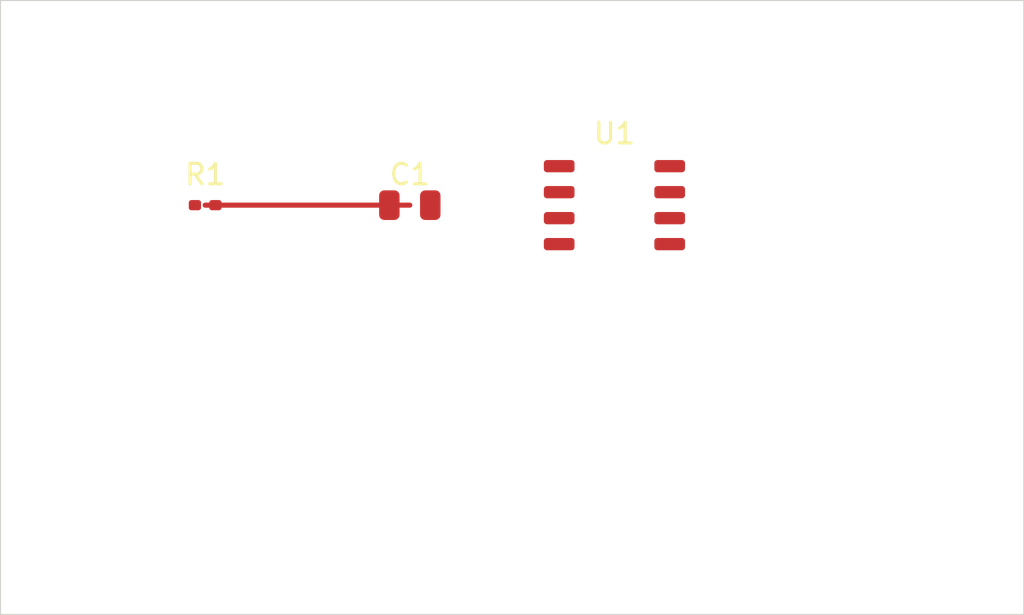
<source format=kicad_pcb>
(kicad_pcb (version 20241229) (generator "pcbnew") (generator_version "9.0.0")
  (title_block (title "minimal_board") (date "2025-01-01") (rev "1.0"))
  (layers (0 "F.Cu" signal) (31 "B.Cu" signal) (34 "B.Paste" user) (35 "F.Paste" user) (36 "B.SilkS" user "B.Silkscreen") (37 "F.SilkS" user "F.Silkscreen") (38 "B.Mask" user) (39 "F.Mask" user) (44 "Edge.Cuts" user))
  (net 0 "")
  (net 1 "VCC")
  (net 2 "GND")
  (footprint "Resistor_SMD:R_0402_1005Metric" (layer "F.Cu") (at 10 10)
    (property "Reference" "R1" (at 0 -1.5 0) (layer "F.SilkS"))
    (property "Value" "10k")
    (pad "1" smd roundrect (at -0.5 0) (size 0.6 0.5) (layers "F.Cu" "F.Paste" "F.Mask") (net 1 "VCC"))
    (pad "2" smd roundrect (at 0.5 0) (size 0.6 0.5) (layers "F.Cu" "F.Paste" "F.Mask") (net 2 "GND"))
  )
  (footprint "Capacitor_SMD:C_0805_2012Metric" (layer "F.Cu") (at 20 10)
    (property "Reference" "C1" (at 0 -1.5 0) (layer "F.SilkS"))
    (property "Value" "100nF")
    (pad "1" smd roundrect (at -1 0) (size 1 1.45) (layers "F.Cu" "F.Paste" "F.Mask") (net 1 "VCC"))
    (pad "2" smd roundrect (at 1 0) (size 1 1.45) (layers "F.Cu" "F.Paste" "F.Mask") (net 2 "GND"))
  )
  (footprint "Package_SO:SOIC-8_3.9x4.9mm_P1.27mm" (layer "F.Cu") (at 30 10)
    (property "Reference" "U1" (at 0 -3.5 0) (layer "F.SilkS"))
    (property "Value" "ATtiny85")
    (pad "1" smd roundrect (at -2.7 -1.905) (size 1.5 0.6) (layers "F.Cu" "F.Paste" "F.Mask") (net 1 "VCC"))
    (pad "2" smd roundrect (at -2.7 -0.635) (size 1.5 0.6) (layers "F.Cu" "F.Paste" "F.Mask"))
    (pad "3" smd roundrect (at -2.7 0.635) (size 1.5 0.6) (layers "F.Cu" "F.Paste" "F.Mask"))
    (pad "4" smd roundrect (at -2.7 1.905) (size 1.5 0.6) (layers "F.Cu" "F.Paste" "F.Mask") (net 2 "GND"))
    (pad "5" smd roundrect (at 2.7 1.905) (size 1.5 0.6) (layers "F.Cu" "F.Paste" "F.Mask"))
    (pad "6" smd roundrect (at 2.7 0.635) (size 1.5 0.6) (layers "F.Cu" "F.Paste" "F.Mask"))
    (pad "7" smd roundrect (at 2.7 -0.635) (size 1.5 0.6) (layers "F.Cu" "F.Paste" "F.Mask"))
    (pad "8" smd roundrect (at 2.7 -1.905) (size 1.5 0.6) (layers "F.Cu" "F.Paste" "F.Mask") (net 1 "VCC"))
  )
  (segment (start 10 10) (end 20 10) (width 0.25) (layer "F.Cu") (net 1))
  (gr_line (start 0 0) (end 50 0) (stroke (width 0.05)) (layer "Edge.Cuts"))
  (gr_line (start 50 0) (end 50 30) (stroke (width 0.05)) (layer "Edge.Cuts"))
  (gr_line (start 50 30) (end 0 30) (stroke (width 0.05)) (layer "Edge.Cuts"))
  (gr_line (start 0 30) (end 0 0) (stroke (width 0.05)) (layer "Edge.Cuts"))
)
</source>
